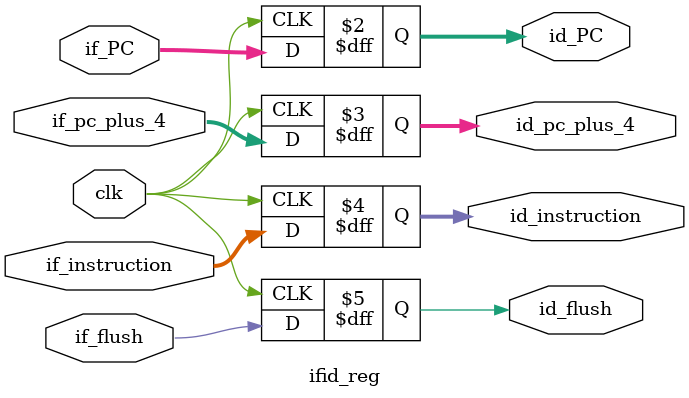
<source format=v>


module ifid_reg #(
  parameter DATA_WIDTH = 32
)(
  // TODO: Add flush or stall signal if it is needed

  //////////////////////////////////////
  // Inputs
  //////////////////////////////////////
  input clk,

  input [DATA_WIDTH-1:0] if_PC,
  input [DATA_WIDTH-1:0] if_pc_plus_4,
  input [DATA_WIDTH-1:0] if_instruction,

  //추가
  input if_flush,

  //////////////////////////////////////
  // Outputs
  //////////////////////////////////////
  output reg [DATA_WIDTH-1:0] id_PC,
  output reg [DATA_WIDTH-1:0] id_pc_plus_4,
  output reg [DATA_WIDTH-1:0] id_instruction,

  //추가
  output reg id_flush
);

// TODO: Implement IF/ID pipeline register module
  always@(posedge clk) begin
    id_PC <= if_PC;
    id_pc_plus_4 <= if_pc_plus_4;
    id_instruction <=if_instruction;

    //추가
    id_flush <= if_flush;
    //
  end

endmodule
</source>
